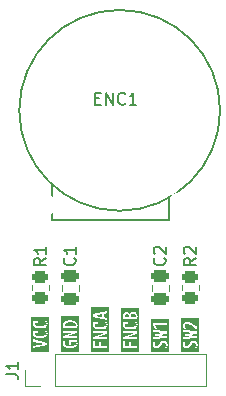
<source format=gbr>
%TF.GenerationSoftware,KiCad,Pcbnew,8.0.4*%
%TF.CreationDate,2024-08-04T00:04:10+10:00*%
%TF.ProjectId,EVQWKL001-breadboard,45565157-4b4c-4303-9031-2d6272656164,rev?*%
%TF.SameCoordinates,Original*%
%TF.FileFunction,Legend,Top*%
%TF.FilePolarity,Positive*%
%FSLAX46Y46*%
G04 Gerber Fmt 4.6, Leading zero omitted, Abs format (unit mm)*
G04 Created by KiCad (PCBNEW 8.0.4) date 2024-08-04 00:04:10*
%MOMM*%
%LPD*%
G01*
G04 APERTURE LIST*
G04 Aperture macros list*
%AMRoundRect*
0 Rectangle with rounded corners*
0 $1 Rounding radius*
0 $2 $3 $4 $5 $6 $7 $8 $9 X,Y pos of 4 corners*
0 Add a 4 corners polygon primitive as box body*
4,1,4,$2,$3,$4,$5,$6,$7,$8,$9,$2,$3,0*
0 Add four circle primitives for the rounded corners*
1,1,$1+$1,$2,$3*
1,1,$1+$1,$4,$5*
1,1,$1+$1,$6,$7*
1,1,$1+$1,$8,$9*
0 Add four rect primitives between the rounded corners*
20,1,$1+$1,$2,$3,$4,$5,0*
20,1,$1+$1,$4,$5,$6,$7,0*
20,1,$1+$1,$6,$7,$8,$9,0*
20,1,$1+$1,$8,$9,$2,$3,0*%
G04 Aperture macros list end*
%ADD10C,0.150000*%
%ADD11C,0.120000*%
%ADD12C,0.000000*%
%ADD13RoundRect,0.250000X0.475000X-0.250000X0.475000X0.250000X-0.475000X0.250000X-0.475000X-0.250000X0*%
%ADD14RoundRect,0.250000X-0.475000X0.250000X-0.475000X-0.250000X0.475000X-0.250000X0.475000X0.250000X0*%
%ADD15RoundRect,0.250000X0.450000X-0.262500X0.450000X0.262500X-0.450000X0.262500X-0.450000X-0.262500X0*%
%ADD16R,0.800000X1.600000*%
%ADD17O,1.600000X2.200000*%
%ADD18O,1.800000X1.600000*%
%ADD19R,1.700000X1.700000*%
%ADD20O,1.700000X1.700000*%
G04 APERTURE END LIST*
D10*
X82909580Y-59729666D02*
X82957200Y-59777285D01*
X82957200Y-59777285D02*
X83004819Y-59920142D01*
X83004819Y-59920142D02*
X83004819Y-60015380D01*
X83004819Y-60015380D02*
X82957200Y-60158237D01*
X82957200Y-60158237D02*
X82861961Y-60253475D01*
X82861961Y-60253475D02*
X82766723Y-60301094D01*
X82766723Y-60301094D02*
X82576247Y-60348713D01*
X82576247Y-60348713D02*
X82433390Y-60348713D01*
X82433390Y-60348713D02*
X82242914Y-60301094D01*
X82242914Y-60301094D02*
X82147676Y-60253475D01*
X82147676Y-60253475D02*
X82052438Y-60158237D01*
X82052438Y-60158237D02*
X82004819Y-60015380D01*
X82004819Y-60015380D02*
X82004819Y-59920142D01*
X82004819Y-59920142D02*
X82052438Y-59777285D01*
X82052438Y-59777285D02*
X82100057Y-59729666D01*
X83004819Y-58777285D02*
X83004819Y-59348713D01*
X83004819Y-59062999D02*
X82004819Y-59062999D01*
X82004819Y-59062999D02*
X82147676Y-59158237D01*
X82147676Y-59158237D02*
X82242914Y-59253475D01*
X82242914Y-59253475D02*
X82290533Y-59348713D01*
X90529580Y-59729666D02*
X90577200Y-59777285D01*
X90577200Y-59777285D02*
X90624819Y-59920142D01*
X90624819Y-59920142D02*
X90624819Y-60015380D01*
X90624819Y-60015380D02*
X90577200Y-60158237D01*
X90577200Y-60158237D02*
X90481961Y-60253475D01*
X90481961Y-60253475D02*
X90386723Y-60301094D01*
X90386723Y-60301094D02*
X90196247Y-60348713D01*
X90196247Y-60348713D02*
X90053390Y-60348713D01*
X90053390Y-60348713D02*
X89862914Y-60301094D01*
X89862914Y-60301094D02*
X89767676Y-60253475D01*
X89767676Y-60253475D02*
X89672438Y-60158237D01*
X89672438Y-60158237D02*
X89624819Y-60015380D01*
X89624819Y-60015380D02*
X89624819Y-59920142D01*
X89624819Y-59920142D02*
X89672438Y-59777285D01*
X89672438Y-59777285D02*
X89720057Y-59729666D01*
X89720057Y-59348713D02*
X89672438Y-59301094D01*
X89672438Y-59301094D02*
X89624819Y-59205856D01*
X89624819Y-59205856D02*
X89624819Y-58967761D01*
X89624819Y-58967761D02*
X89672438Y-58872523D01*
X89672438Y-58872523D02*
X89720057Y-58824904D01*
X89720057Y-58824904D02*
X89815295Y-58777285D01*
X89815295Y-58777285D02*
X89910533Y-58777285D01*
X89910533Y-58777285D02*
X90053390Y-58824904D01*
X90053390Y-58824904D02*
X90624819Y-59396332D01*
X90624819Y-59396332D02*
X90624819Y-58777285D01*
X80494819Y-59729666D02*
X80018628Y-60062999D01*
X80494819Y-60301094D02*
X79494819Y-60301094D01*
X79494819Y-60301094D02*
X79494819Y-59920142D01*
X79494819Y-59920142D02*
X79542438Y-59824904D01*
X79542438Y-59824904D02*
X79590057Y-59777285D01*
X79590057Y-59777285D02*
X79685295Y-59729666D01*
X79685295Y-59729666D02*
X79828152Y-59729666D01*
X79828152Y-59729666D02*
X79923390Y-59777285D01*
X79923390Y-59777285D02*
X79971009Y-59824904D01*
X79971009Y-59824904D02*
X80018628Y-59920142D01*
X80018628Y-59920142D02*
X80018628Y-60301094D01*
X80494819Y-58777285D02*
X80494819Y-59348713D01*
X80494819Y-59062999D02*
X79494819Y-59062999D01*
X79494819Y-59062999D02*
X79637676Y-59158237D01*
X79637676Y-59158237D02*
X79732914Y-59253475D01*
X79732914Y-59253475D02*
X79780533Y-59348713D01*
X84670714Y-46201009D02*
X85004047Y-46201009D01*
X85146904Y-46724819D02*
X84670714Y-46724819D01*
X84670714Y-46724819D02*
X84670714Y-45724819D01*
X84670714Y-45724819D02*
X85146904Y-45724819D01*
X85575476Y-46724819D02*
X85575476Y-45724819D01*
X85575476Y-45724819D02*
X86146904Y-46724819D01*
X86146904Y-46724819D02*
X86146904Y-45724819D01*
X87194523Y-46629580D02*
X87146904Y-46677200D01*
X87146904Y-46677200D02*
X87004047Y-46724819D01*
X87004047Y-46724819D02*
X86908809Y-46724819D01*
X86908809Y-46724819D02*
X86765952Y-46677200D01*
X86765952Y-46677200D02*
X86670714Y-46581961D01*
X86670714Y-46581961D02*
X86623095Y-46486723D01*
X86623095Y-46486723D02*
X86575476Y-46296247D01*
X86575476Y-46296247D02*
X86575476Y-46153390D01*
X86575476Y-46153390D02*
X86623095Y-45962914D01*
X86623095Y-45962914D02*
X86670714Y-45867676D01*
X86670714Y-45867676D02*
X86765952Y-45772438D01*
X86765952Y-45772438D02*
X86908809Y-45724819D01*
X86908809Y-45724819D02*
X87004047Y-45724819D01*
X87004047Y-45724819D02*
X87146904Y-45772438D01*
X87146904Y-45772438D02*
X87194523Y-45820057D01*
X88146904Y-46724819D02*
X87575476Y-46724819D01*
X87861190Y-46724819D02*
X87861190Y-45724819D01*
X87861190Y-45724819D02*
X87765952Y-45867676D01*
X87765952Y-45867676D02*
X87670714Y-45962914D01*
X87670714Y-45962914D02*
X87575476Y-46010533D01*
X77134819Y-69548333D02*
X77849104Y-69548333D01*
X77849104Y-69548333D02*
X77991961Y-69595952D01*
X77991961Y-69595952D02*
X78087200Y-69691190D01*
X78087200Y-69691190D02*
X78134819Y-69834047D01*
X78134819Y-69834047D02*
X78134819Y-69929285D01*
X78134819Y-68548333D02*
X78134819Y-69119761D01*
X78134819Y-68834047D02*
X77134819Y-68834047D01*
X77134819Y-68834047D02*
X77277676Y-68929285D01*
X77277676Y-68929285D02*
X77372914Y-69024523D01*
X77372914Y-69024523D02*
X77420533Y-69119761D01*
X93164819Y-59729666D02*
X92688628Y-60062999D01*
X93164819Y-60301094D02*
X92164819Y-60301094D01*
X92164819Y-60301094D02*
X92164819Y-59920142D01*
X92164819Y-59920142D02*
X92212438Y-59824904D01*
X92212438Y-59824904D02*
X92260057Y-59777285D01*
X92260057Y-59777285D02*
X92355295Y-59729666D01*
X92355295Y-59729666D02*
X92498152Y-59729666D01*
X92498152Y-59729666D02*
X92593390Y-59777285D01*
X92593390Y-59777285D02*
X92641009Y-59824904D01*
X92641009Y-59824904D02*
X92688628Y-59920142D01*
X92688628Y-59920142D02*
X92688628Y-60301094D01*
X92260057Y-59348713D02*
X92212438Y-59301094D01*
X92212438Y-59301094D02*
X92164819Y-59205856D01*
X92164819Y-59205856D02*
X92164819Y-58967761D01*
X92164819Y-58967761D02*
X92212438Y-58872523D01*
X92212438Y-58872523D02*
X92260057Y-58824904D01*
X92260057Y-58824904D02*
X92355295Y-58777285D01*
X92355295Y-58777285D02*
X92450533Y-58777285D01*
X92450533Y-58777285D02*
X92593390Y-58824904D01*
X92593390Y-58824904D02*
X93164819Y-59396332D01*
X93164819Y-59396332D02*
X93164819Y-58777285D01*
D11*
%TO.C,C1*%
X81815000Y-62491252D02*
X81815000Y-61968748D01*
X83285000Y-62491252D02*
X83285000Y-61968748D01*
%TO.C,C2*%
X89435000Y-61968748D02*
X89435000Y-62491252D01*
X90905000Y-61968748D02*
X90905000Y-62491252D01*
D12*
%TO.C,kibuzzard-66AE0B98*%
G36*
X85234658Y-64722438D02*
G01*
X84670822Y-64610658D01*
X84670822Y-64609014D01*
X85234658Y-64497233D01*
X85234658Y-64722438D01*
G37*
G36*
X85843425Y-65348740D02*
G01*
X85843425Y-66561890D01*
X85843425Y-66780521D01*
X85843425Y-67355863D01*
X85843425Y-67698329D01*
X84336575Y-67698329D01*
X84336575Y-67355863D01*
X84336575Y-66780521D01*
X84490000Y-66780521D01*
X84490000Y-67355863D01*
X85690000Y-67355863D01*
X85690000Y-66780521D01*
X85546986Y-66780521D01*
X85546986Y-67171753D01*
X85114658Y-67171753D01*
X85114658Y-66796959D01*
X84974932Y-66796959D01*
X84974932Y-67171753D01*
X84633014Y-67171753D01*
X84633014Y-66780521D01*
X84490000Y-66780521D01*
X84336575Y-66780521D01*
X84336575Y-65937233D01*
X84490000Y-65937233D01*
X84490000Y-66109836D01*
X85361233Y-66109836D01*
X85361233Y-66114767D01*
X84490000Y-66371205D01*
X84490000Y-66561890D01*
X85690000Y-66561890D01*
X85690000Y-66381068D01*
X84818767Y-66381068D01*
X84818767Y-66377781D01*
X85690000Y-66121342D01*
X85690000Y-65937233D01*
X84490000Y-65937233D01*
X84336575Y-65937233D01*
X84336575Y-65353671D01*
X84473562Y-65353671D01*
X84482937Y-65449990D01*
X84511062Y-65533466D01*
X84557937Y-65604099D01*
X84623562Y-65661890D01*
X84707937Y-65706839D01*
X84811062Y-65738945D01*
X84932937Y-65758209D01*
X85073562Y-65764630D01*
X85221892Y-65758132D01*
X85350445Y-65738637D01*
X85459221Y-65706146D01*
X85548219Y-65660658D01*
X85617440Y-65602173D01*
X85666884Y-65530692D01*
X85696550Y-65446214D01*
X85706438Y-65348740D01*
X85696164Y-65239014D01*
X85665342Y-65139973D01*
X85514110Y-65139973D01*
X85552329Y-65233671D01*
X85565068Y-65320795D01*
X85551416Y-65401160D01*
X85510457Y-65466913D01*
X85442192Y-65518055D01*
X85346621Y-65554584D01*
X85223744Y-65576502D01*
X85073562Y-65583808D01*
X84934429Y-65577187D01*
X84820594Y-65557324D01*
X84732055Y-65524219D01*
X84668813Y-65477872D01*
X84630868Y-65418283D01*
X84618219Y-65345452D01*
X84624795Y-65307644D01*
X84881233Y-65307644D01*
X84881233Y-65131753D01*
X84509726Y-65131753D01*
X84482603Y-65236548D01*
X84473562Y-65353671D01*
X84336575Y-65353671D01*
X84336575Y-64500521D01*
X84490000Y-64500521D01*
X84490000Y-64714219D01*
X85690000Y-64996959D01*
X85690000Y-64812849D01*
X85374384Y-64750384D01*
X85374384Y-64469288D01*
X85690000Y-64406822D01*
X85690000Y-64216137D01*
X84490000Y-64500521D01*
X84336575Y-64500521D01*
X84336575Y-64216137D01*
X84336575Y-63873671D01*
X85843425Y-63873671D01*
X85843425Y-64216137D01*
X85843425Y-64996959D01*
X85843425Y-65348740D01*
G37*
D11*
%TO.C,R1*%
X79275000Y-62457064D02*
X79275000Y-62002936D01*
X80745000Y-62457064D02*
X80745000Y-62002936D01*
D12*
%TO.C,kibuzzard-66AE0BAD*%
G36*
X90923425Y-65933945D02*
G01*
X90923425Y-67068192D01*
X90923425Y-67355863D01*
X90923425Y-67698329D01*
X89416575Y-67698329D01*
X89416575Y-67355863D01*
X89416575Y-67023808D01*
X89553562Y-67023808D01*
X89562694Y-67121982D01*
X89590091Y-67203900D01*
X89635753Y-67269562D01*
X89734384Y-67334288D01*
X89865890Y-67355863D01*
X89982603Y-67338808D01*
X90079589Y-67287644D01*
X90136575Y-67231114D01*
X90191370Y-67152484D01*
X90243973Y-67051754D01*
X90286301Y-66981274D01*
X90334384Y-66934219D01*
X90392740Y-66907713D01*
X90465890Y-66898877D01*
X90542534Y-66910384D01*
X90598219Y-66944904D01*
X90632123Y-66999973D01*
X90643425Y-67073124D01*
X90631553Y-67169379D01*
X90595936Y-67260886D01*
X90536575Y-67347644D01*
X90707534Y-67347644D01*
X90751370Y-67263260D01*
X90777671Y-67170110D01*
X90786438Y-67068192D01*
X90773288Y-66940959D01*
X90733836Y-66842000D01*
X90668082Y-66771315D01*
X90576027Y-66728904D01*
X90457671Y-66714767D01*
X90330685Y-66732439D01*
X90229178Y-66785452D01*
X90170548Y-66845544D01*
X90113014Y-66931571D01*
X90056575Y-67043534D01*
X90007443Y-67116594D01*
X89941142Y-67160429D01*
X89857671Y-67175041D01*
X89790274Y-67163534D01*
X89739315Y-67129014D01*
X89707260Y-67074356D01*
X89696575Y-67002439D01*
X89714247Y-66874630D01*
X89767260Y-66747644D01*
X89602877Y-66747644D01*
X89575479Y-66836046D01*
X89559041Y-66928101D01*
X89553562Y-67023808D01*
X89416575Y-67023808D01*
X89416575Y-65827096D01*
X89570000Y-65827096D01*
X89570000Y-65991480D01*
X90597397Y-66052302D01*
X90597397Y-66055589D01*
X89767260Y-66142713D01*
X89767260Y-66289014D01*
X90482329Y-66379425D01*
X90482329Y-66382713D01*
X89570000Y-66440247D01*
X89570000Y-66616137D01*
X90770000Y-66509288D01*
X90770000Y-66331754D01*
X89964521Y-66234767D01*
X89964521Y-66229836D01*
X90770000Y-66147644D01*
X90770000Y-65933945D01*
X89570000Y-65827096D01*
X89416575Y-65827096D01*
X89416575Y-65220521D01*
X89570000Y-65220521D01*
X89570000Y-65402987D01*
X89737671Y-65690658D01*
X89898767Y-65690658D01*
X89740959Y-65407918D01*
X89742603Y-65404630D01*
X90770000Y-65404630D01*
X90770000Y-65220521D01*
X89570000Y-65220521D01*
X89416575Y-65220521D01*
X89416575Y-64878055D01*
X90923425Y-64878055D01*
X90923425Y-65220521D01*
X90923425Y-65404630D01*
X90923425Y-65933945D01*
G37*
%TO.C,kibuzzard-66AE0B80*%
G36*
X82701416Y-65179516D02*
G01*
X82830183Y-65199516D01*
X82919863Y-65232849D01*
X82998767Y-65311137D01*
X83025068Y-65426000D01*
X83010274Y-65499972D01*
X82091370Y-65499972D01*
X82076575Y-65426000D01*
X82102055Y-65312164D01*
X82178493Y-65233671D01*
X82263242Y-65199881D01*
X82381598Y-65179607D01*
X82533562Y-65172849D01*
X82701416Y-65179516D01*
G37*
G36*
X83303425Y-66492849D02*
G01*
X83303425Y-66944904D01*
X83303425Y-67355863D01*
X83303425Y-67698329D01*
X81796575Y-67698329D01*
X81796575Y-67355863D01*
X81796575Y-66912027D01*
X81933562Y-66912027D01*
X81949817Y-67047644D01*
X81998584Y-67158603D01*
X82079863Y-67244904D01*
X82163596Y-67293449D01*
X82268493Y-67328123D01*
X82394555Y-67348928D01*
X82541781Y-67355863D01*
X82688185Y-67349442D01*
X82815068Y-67330178D01*
X82922432Y-67298072D01*
X83010274Y-67253123D01*
X83078596Y-67195332D01*
X83127397Y-67124699D01*
X83156678Y-67041222D01*
X83166438Y-66944904D01*
X83160046Y-66846639D01*
X83140868Y-66753488D01*
X83108904Y-66665452D01*
X82434932Y-66665452D01*
X82434932Y-67048466D01*
X82574658Y-67048466D01*
X82574658Y-66841342D01*
X83005342Y-66841342D01*
X83025068Y-66939972D01*
X82997123Y-67040246D01*
X82913288Y-67114219D01*
X82822329Y-67148009D01*
X82698493Y-67168283D01*
X82541781Y-67175041D01*
X82388630Y-67167918D01*
X82268904Y-67146548D01*
X82182603Y-67110931D01*
X82104315Y-67029151D01*
X82078219Y-66912027D01*
X82088082Y-66811342D01*
X82117671Y-66706548D01*
X81969726Y-66706548D01*
X81942603Y-66807233D01*
X81933562Y-66912027D01*
X81796575Y-66912027D01*
X81796575Y-65868192D01*
X81950000Y-65868192D01*
X81950000Y-66040794D01*
X82821233Y-66040794D01*
X82821233Y-66045726D01*
X81950000Y-66302164D01*
X81950000Y-66492849D01*
X83150000Y-66492849D01*
X83150000Y-66312027D01*
X82278767Y-66312027D01*
X82278767Y-66308740D01*
X83150000Y-66052301D01*
X83150000Y-65868192D01*
X81950000Y-65868192D01*
X81796575Y-65868192D01*
X81796575Y-65426000D01*
X81933562Y-65426000D01*
X81941781Y-65555452D01*
X81966438Y-65684082D01*
X83133562Y-65684082D01*
X83158219Y-65560383D01*
X83166438Y-65426000D01*
X83152260Y-65289562D01*
X83109726Y-65182712D01*
X83032260Y-65101548D01*
X82913288Y-65042164D01*
X82808995Y-65015224D01*
X82682420Y-64999059D01*
X82533562Y-64993671D01*
X82379914Y-64999990D01*
X82251027Y-65018945D01*
X82146901Y-65050538D01*
X82067534Y-65094767D01*
X81993105Y-65176502D01*
X81948447Y-65286913D01*
X81933562Y-65426000D01*
X81796575Y-65426000D01*
X81796575Y-64993671D01*
X81796575Y-64651205D01*
X83303425Y-64651205D01*
X83303425Y-64993671D01*
X83303425Y-65426000D01*
X83303425Y-66492849D01*
G37*
%TO.C,kibuzzard-66AE0BA5*%
G36*
X87410753Y-64479151D02*
G01*
X87469726Y-64518603D01*
X87503630Y-64586000D01*
X87514932Y-64682986D01*
X87514932Y-64730658D01*
X87168082Y-64730658D01*
X87154932Y-64648466D01*
X87173744Y-64547096D01*
X87230183Y-64486274D01*
X87324247Y-64466000D01*
X87410753Y-64479151D01*
G37*
G36*
X87982397Y-64448945D02*
G01*
X88051644Y-64486548D01*
X88091712Y-64549630D01*
X88105068Y-64638603D01*
X88091918Y-64730658D01*
X87654658Y-64730658D01*
X87654658Y-64661616D01*
X87668219Y-64560521D01*
X87708904Y-64490658D01*
X87779178Y-64449973D01*
X87881507Y-64436411D01*
X87982397Y-64448945D01*
G37*
G36*
X88383425Y-65348740D02*
G01*
X88383425Y-66561890D01*
X88383425Y-66780521D01*
X88383425Y-67355863D01*
X88383425Y-67698329D01*
X86876575Y-67698329D01*
X86876575Y-67355863D01*
X86876575Y-66780521D01*
X87030000Y-66780521D01*
X87030000Y-67355863D01*
X88230000Y-67355863D01*
X88230000Y-66780521D01*
X88086986Y-66780521D01*
X88086986Y-67171753D01*
X87654658Y-67171753D01*
X87654658Y-66796959D01*
X87514932Y-66796959D01*
X87514932Y-67171753D01*
X87173014Y-67171753D01*
X87173014Y-66780521D01*
X87030000Y-66780521D01*
X86876575Y-66780521D01*
X86876575Y-65937233D01*
X87030000Y-65937233D01*
X87030000Y-66109836D01*
X87901233Y-66109836D01*
X87901233Y-66114767D01*
X87030000Y-66371206D01*
X87030000Y-66561890D01*
X88230000Y-66561890D01*
X88230000Y-66381069D01*
X87358767Y-66381069D01*
X87358767Y-66377781D01*
X88230000Y-66121343D01*
X88230000Y-65937233D01*
X87030000Y-65937233D01*
X86876575Y-65937233D01*
X86876575Y-65353671D01*
X87013562Y-65353671D01*
X87022937Y-65449990D01*
X87051062Y-65533466D01*
X87097937Y-65604099D01*
X87163562Y-65661890D01*
X87247937Y-65706839D01*
X87351062Y-65738945D01*
X87472937Y-65758209D01*
X87613562Y-65764630D01*
X87761892Y-65758132D01*
X87890445Y-65738637D01*
X87999221Y-65706146D01*
X88088219Y-65660658D01*
X88157440Y-65602173D01*
X88206884Y-65530692D01*
X88236550Y-65446214D01*
X88246438Y-65348740D01*
X88236164Y-65239014D01*
X88205342Y-65139973D01*
X88054110Y-65139973D01*
X88092329Y-65233671D01*
X88105068Y-65320795D01*
X88091416Y-65401160D01*
X88050457Y-65466913D01*
X87982192Y-65518055D01*
X87886621Y-65554585D01*
X87763744Y-65576502D01*
X87613562Y-65583808D01*
X87474429Y-65577187D01*
X87360594Y-65557324D01*
X87272055Y-65524219D01*
X87208813Y-65477872D01*
X87170868Y-65418283D01*
X87158219Y-65345452D01*
X87164795Y-65307644D01*
X87421233Y-65307644D01*
X87421233Y-65131753D01*
X87049726Y-65131753D01*
X87022603Y-65236548D01*
X87013562Y-65353671D01*
X86876575Y-65353671D01*
X86876575Y-64648466D01*
X87013562Y-64648466D01*
X87021781Y-64784082D01*
X87046438Y-64914767D01*
X88213562Y-64914767D01*
X88231826Y-64824174D01*
X88242785Y-64732119D01*
X88246438Y-64638603D01*
X88236393Y-64522073D01*
X88206256Y-64426731D01*
X88156027Y-64352575D01*
X88085708Y-64299607D01*
X87995297Y-64267827D01*
X87884795Y-64257233D01*
X87774658Y-64273055D01*
X87680959Y-64320521D01*
X87612329Y-64391822D01*
X87577397Y-64479151D01*
X87575753Y-64479151D01*
X87542055Y-64402096D01*
X87483699Y-64341890D01*
X87405616Y-64303055D01*
X87312740Y-64290110D01*
X87205036Y-64304444D01*
X87121266Y-64347447D01*
X87061430Y-64419118D01*
X87025529Y-64519458D01*
X87013562Y-64648466D01*
X86876575Y-64648466D01*
X86876575Y-64257233D01*
X86876575Y-63914767D01*
X88383425Y-63914767D01*
X88383425Y-64257233D01*
X88383425Y-64638603D01*
X88383425Y-65348740D01*
G37*
%TO.C,kibuzzard-66AE0B89*%
G36*
X80763425Y-66080247D02*
G01*
X80763425Y-66875863D01*
X80763425Y-67355863D01*
X80763425Y-67698329D01*
X79256575Y-67698329D01*
X79256575Y-67355863D01*
X79256575Y-66607918D01*
X79410000Y-66607918D01*
X79410000Y-66790384D01*
X80445616Y-66977781D01*
X80445616Y-66979425D01*
X79410000Y-67166822D01*
X79410000Y-67355863D01*
X80610000Y-67089562D01*
X80610000Y-66875863D01*
X79410000Y-66607918D01*
X79256575Y-66607918D01*
X79256575Y-66085178D01*
X79393562Y-66085178D01*
X79402937Y-66181497D01*
X79431062Y-66264973D01*
X79477937Y-66335606D01*
X79543562Y-66393398D01*
X79627937Y-66438346D01*
X79731062Y-66470452D01*
X79852937Y-66489716D01*
X79993562Y-66496137D01*
X80141892Y-66489639D01*
X80270445Y-66470144D01*
X80379221Y-66437653D01*
X80468219Y-66392165D01*
X80537440Y-66333680D01*
X80586884Y-66262199D01*
X80616550Y-66177721D01*
X80626438Y-66080247D01*
X80616164Y-65970521D01*
X80585342Y-65871480D01*
X80434110Y-65871480D01*
X80472329Y-65965178D01*
X80485068Y-66052302D01*
X80471416Y-66132667D01*
X80430457Y-66198420D01*
X80362192Y-66249562D01*
X80266621Y-66286092D01*
X80143744Y-66308009D01*
X79993562Y-66315315D01*
X79854429Y-66308694D01*
X79740594Y-66288831D01*
X79652055Y-66255726D01*
X79588813Y-66209379D01*
X79550868Y-66149790D01*
X79538219Y-66076959D01*
X79544795Y-66039151D01*
X79801233Y-66039151D01*
X79801233Y-65863261D01*
X79429726Y-65863261D01*
X79402603Y-65968055D01*
X79393562Y-66085178D01*
X79256575Y-66085178D01*
X79256575Y-65263261D01*
X79393562Y-65263261D01*
X79402937Y-65359579D01*
X79431062Y-65443055D01*
X79477937Y-65513689D01*
X79543562Y-65571480D01*
X79627937Y-65616428D01*
X79731062Y-65648535D01*
X79852937Y-65667798D01*
X79993562Y-65674219D01*
X80141892Y-65667721D01*
X80270445Y-65648226D01*
X80379221Y-65615735D01*
X80468219Y-65570247D01*
X80537440Y-65511762D01*
X80586884Y-65440281D01*
X80616550Y-65355803D01*
X80626438Y-65258329D01*
X80616164Y-65148603D01*
X80585342Y-65049562D01*
X80434110Y-65049562D01*
X80472329Y-65143261D01*
X80485068Y-65230384D01*
X80471416Y-65310749D01*
X80430457Y-65376503D01*
X80362192Y-65427644D01*
X80266621Y-65464174D01*
X80143744Y-65486092D01*
X79993562Y-65493398D01*
X79854429Y-65486777D01*
X79740594Y-65466914D01*
X79652055Y-65433808D01*
X79588813Y-65387461D01*
X79550868Y-65327872D01*
X79538219Y-65255041D01*
X79544795Y-65217233D01*
X79801233Y-65217233D01*
X79801233Y-65041343D01*
X79429726Y-65041343D01*
X79402603Y-65146137D01*
X79393562Y-65263261D01*
X79256575Y-65263261D01*
X79256575Y-65041343D01*
X79256575Y-64698877D01*
X80763425Y-64698877D01*
X80763425Y-65041343D01*
X80763425Y-65258329D01*
X80763425Y-66080247D01*
G37*
D10*
%TO.C,ENC1*%
X81035000Y-53540000D02*
X81035000Y-56520000D01*
X81035000Y-56520000D02*
X90935000Y-56520000D01*
X90935000Y-56520000D02*
X90935000Y-54610000D01*
X95235000Y-47220000D02*
G75*
G02*
X78235000Y-47220000I-8500000J0D01*
G01*
X78235000Y-47220000D02*
G75*
G02*
X95235000Y-47220000I8500000J0D01*
G01*
D11*
%TO.C,J1*%
X78680000Y-70545000D02*
X78680000Y-69215000D01*
X80010000Y-70545000D02*
X78680000Y-70545000D01*
X81280000Y-67885000D02*
X94040000Y-67885000D01*
X81280000Y-70545000D02*
X81280000Y-67885000D01*
X81280000Y-70545000D02*
X94040000Y-70545000D01*
X94040000Y-70545000D02*
X94040000Y-67885000D01*
%TO.C,R2*%
X91975000Y-62457064D02*
X91975000Y-62002936D01*
X93445000Y-62457064D02*
X93445000Y-62002936D01*
D12*
%TO.C,kibuzzard-66AE0BB5*%
G36*
X93463425Y-65933946D02*
G01*
X93463425Y-67068192D01*
X93463425Y-67355863D01*
X93463425Y-67698329D01*
X91956575Y-67698329D01*
X91956575Y-67355863D01*
X91956575Y-67023809D01*
X92093562Y-67023809D01*
X92102694Y-67121982D01*
X92130091Y-67203900D01*
X92175753Y-67269562D01*
X92274384Y-67334288D01*
X92405890Y-67355863D01*
X92522603Y-67338809D01*
X92619589Y-67287644D01*
X92676575Y-67231115D01*
X92731370Y-67152484D01*
X92783973Y-67051754D01*
X92826301Y-66981274D01*
X92874384Y-66934220D01*
X92932740Y-66907713D01*
X93005890Y-66898877D01*
X93082534Y-66910384D01*
X93138219Y-66944904D01*
X93172123Y-66999973D01*
X93183425Y-67073124D01*
X93171553Y-67169379D01*
X93135936Y-67260886D01*
X93076575Y-67347644D01*
X93247534Y-67347644D01*
X93291370Y-67263261D01*
X93317671Y-67170110D01*
X93326438Y-67068192D01*
X93313288Y-66940959D01*
X93273836Y-66842000D01*
X93208082Y-66771315D01*
X93116027Y-66728904D01*
X92997671Y-66714768D01*
X92870685Y-66732439D01*
X92769178Y-66785452D01*
X92710548Y-66845544D01*
X92653014Y-66931571D01*
X92596575Y-67043535D01*
X92547443Y-67116594D01*
X92481142Y-67160430D01*
X92397671Y-67175041D01*
X92330274Y-67163535D01*
X92279315Y-67129014D01*
X92247260Y-67074357D01*
X92236575Y-67002439D01*
X92254247Y-66874631D01*
X92307260Y-66747644D01*
X92142877Y-66747644D01*
X92115479Y-66836046D01*
X92099041Y-66928101D01*
X92093562Y-67023809D01*
X91956575Y-67023809D01*
X91956575Y-65827096D01*
X92110000Y-65827096D01*
X92110000Y-65991480D01*
X93137397Y-66052302D01*
X93137397Y-66055589D01*
X92307260Y-66142713D01*
X92307260Y-66289014D01*
X93022329Y-66379425D01*
X93022329Y-66382713D01*
X92110000Y-66440247D01*
X92110000Y-66616137D01*
X93310000Y-66509288D01*
X93310000Y-66331754D01*
X92504521Y-66234768D01*
X92504521Y-66229836D01*
X93310000Y-66147644D01*
X93310000Y-65933946D01*
X92110000Y-65827096D01*
X91956575Y-65827096D01*
X91956575Y-65402987D01*
X92093562Y-65402987D01*
X92103059Y-65507096D01*
X92131553Y-65604631D01*
X92179041Y-65695589D01*
X92333562Y-65695589D01*
X92279680Y-65602987D01*
X92247352Y-65518055D01*
X92236575Y-65440795D01*
X92280959Y-65333124D01*
X92338493Y-65306617D01*
X92422329Y-65297781D01*
X92512404Y-65305900D01*
X92607914Y-65330255D01*
X92708859Y-65370848D01*
X92815239Y-65427678D01*
X92927053Y-65500745D01*
X93044302Y-65590048D01*
X93166986Y-65695589D01*
X93310000Y-65695589D01*
X93310000Y-65103809D01*
X93166986Y-65103809D01*
X93166986Y-65504904D01*
X93163699Y-65504904D01*
X93048836Y-65408483D01*
X92940959Y-65326343D01*
X92840068Y-65258483D01*
X92746164Y-65204904D01*
X92628904Y-65153306D01*
X92518219Y-65122347D01*
X92414110Y-65112028D01*
X92275411Y-65130726D01*
X92174932Y-65186822D01*
X92113904Y-65278261D01*
X92093562Y-65402987D01*
X91956575Y-65402987D01*
X91956575Y-65103809D01*
X91956575Y-64761343D01*
X93463425Y-64761343D01*
X93463425Y-65103809D01*
X93463425Y-65933946D01*
G37*
%TD*%
%LPC*%
D13*
%TO.C,C1*%
X82550000Y-63180000D03*
X82550000Y-61280000D03*
%TD*%
D14*
%TO.C,C2*%
X90170000Y-61280000D03*
X90170000Y-63180000D03*
%TD*%
D15*
%TO.C,R1*%
X80010000Y-63142500D03*
X80010000Y-61317500D03*
%TD*%
D16*
%TO.C,ENC1*%
X81485000Y-57420000D03*
X90235000Y-57420000D03*
X83235000Y-57420000D03*
D17*
X80335000Y-55220000D03*
D18*
X86735000Y-43120000D03*
D17*
X91735000Y-55220000D03*
D16*
X84985000Y-57420000D03*
X88485000Y-57420000D03*
X86735000Y-57420000D03*
%TD*%
D19*
%TO.C,J1*%
X80010000Y-69215000D03*
D20*
X82550000Y-69215000D03*
X85090000Y-69215000D03*
X87630000Y-69215000D03*
X90170000Y-69215000D03*
X92710000Y-69215000D03*
%TD*%
D15*
%TO.C,R2*%
X92710000Y-63142500D03*
X92710000Y-61317500D03*
%TD*%
%LPD*%
M02*

</source>
